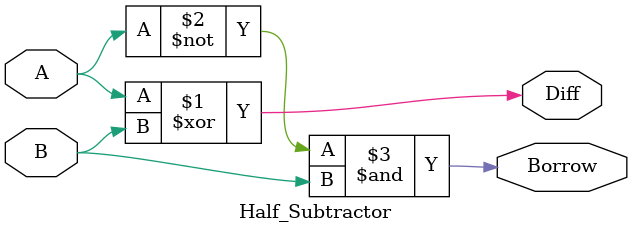
<source format=v>
`timescale 1ns / 1ps


module Half_Subtractor(
    input A,B,
    output Diff,Borrow
);

assign Diff = A ^ B;   
assign Borrow = (~A) & B;   

endmodule

</source>
